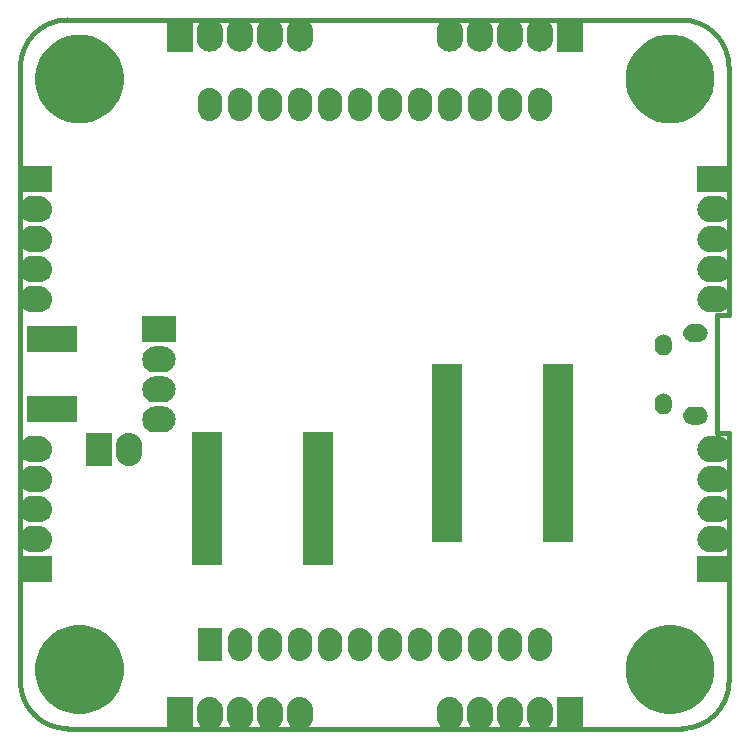
<source format=gbr>
%TF.GenerationSoftware,KiCad,Pcbnew,5.0.1-33cea8e~68~ubuntu16.04.1*%
%TF.CreationDate,2018-11-19T21:37:37+01:00*%
%TF.ProjectId,bcl4v2,62636C3476322E6B696361645F706362,rev?*%
%TF.SameCoordinates,Original*%
%TF.FileFunction,Soldermask,Top*%
%TF.FilePolarity,Negative*%
%FSLAX46Y46*%
G04 Gerber Fmt 4.6, Leading zero omitted, Abs format (unit mm)*
G04 Created by KiCad (PCBNEW 5.0.1-33cea8e~68~ubuntu16.04.1) date Po 19. listopad 2018, 21:37:37 CET*
%MOMM*%
%LPD*%
G01*
G04 APERTURE LIST*
%ADD10C,0.381000*%
%ADD11C,0.150000*%
G04 APERTURE END LIST*
D10*
X129000000Y-105000000D02*
X130000000Y-105000000D01*
X129000000Y-95000000D02*
X129000000Y-105000000D01*
X130000000Y-95000000D02*
X129000000Y-95000000D01*
X74000000Y-70000000D02*
X126000000Y-70000000D01*
X70000000Y-126000000D02*
X70000000Y-74000000D01*
X126000000Y-130000000D02*
X74000000Y-130000000D01*
X130000000Y-105000000D02*
X130000000Y-126000000D01*
X126000000Y-130000000D02*
G75*
G03X130000000Y-126000000I0J4000000D01*
G01*
X70000000Y-126000000D02*
G75*
G03X74000000Y-130000000I4000000J0D01*
G01*
X74000000Y-70000000D02*
G75*
G03X70000000Y-74000000I0J-4000000D01*
G01*
X130000000Y-74000000D02*
X130000000Y-95000000D01*
X130000000Y-74000000D02*
G75*
G03X126000000Y-70000000I-4000000J0D01*
G01*
D11*
G36*
X86246423Y-127341974D02*
X86454526Y-127405102D01*
X86646313Y-127507614D01*
X86814423Y-127645577D01*
X86952386Y-127813687D01*
X87054895Y-128005469D01*
X87054897Y-128005474D01*
X87054897Y-128005475D01*
X87118025Y-128213578D01*
X87118026Y-128213583D01*
X87134000Y-128375770D01*
X87134000Y-129084231D01*
X87118026Y-129246423D01*
X87054898Y-129454526D01*
X86952386Y-129646313D01*
X86952384Y-129646315D01*
X86952383Y-129646317D01*
X86814423Y-129814423D01*
X86646317Y-129952383D01*
X86646313Y-129952385D01*
X86646312Y-129952386D01*
X86454525Y-130054898D01*
X86246422Y-130118026D01*
X86030000Y-130139341D01*
X85813577Y-130118026D01*
X85605474Y-130054898D01*
X85413687Y-129952386D01*
X85245577Y-129814423D01*
X85107617Y-129646317D01*
X85107614Y-129646312D01*
X85005102Y-129454525D01*
X84941974Y-129246422D01*
X84926000Y-129084230D01*
X84926000Y-128375769D01*
X84941974Y-128213577D01*
X85005102Y-128005476D01*
X85107617Y-127813685D01*
X85107618Y-127813683D01*
X85245578Y-127645577D01*
X85413684Y-127507617D01*
X85413685Y-127507616D01*
X85413688Y-127507614D01*
X85605475Y-127405102D01*
X85813578Y-127341974D01*
X86030000Y-127320659D01*
X86246423Y-127341974D01*
X86246423Y-127341974D01*
G37*
G36*
X111646422Y-127341974D02*
X111854525Y-127405102D01*
X112046312Y-127507614D01*
X112046313Y-127507615D01*
X112046317Y-127507617D01*
X112214423Y-127645577D01*
X112352386Y-127813687D01*
X112454898Y-128005474D01*
X112518026Y-128213577D01*
X112534000Y-128375769D01*
X112534000Y-129084230D01*
X112518026Y-129246417D01*
X112518025Y-129246420D01*
X112518025Y-129246421D01*
X112518024Y-129246423D01*
X112454895Y-129454531D01*
X112352386Y-129646313D01*
X112214423Y-129814423D01*
X112046313Y-129952386D01*
X111854526Y-130054898D01*
X111646423Y-130118026D01*
X111430000Y-130139341D01*
X111213578Y-130118026D01*
X111005475Y-130054898D01*
X110813688Y-129952386D01*
X110645578Y-129814423D01*
X110507618Y-129646317D01*
X110500542Y-129633078D01*
X110405102Y-129454524D01*
X110341974Y-129246423D01*
X110326000Y-129084231D01*
X110326000Y-128375770D01*
X110341974Y-128213578D01*
X110405102Y-128005475D01*
X110507614Y-127813688D01*
X110507616Y-127813685D01*
X110507617Y-127813683D01*
X110645577Y-127645577D01*
X110813683Y-127507617D01*
X110813684Y-127507616D01*
X110813687Y-127507614D01*
X111005474Y-127405102D01*
X111213577Y-127341974D01*
X111430000Y-127320659D01*
X111646422Y-127341974D01*
X111646422Y-127341974D01*
G37*
G36*
X114186422Y-127341974D02*
X114394525Y-127405102D01*
X114586312Y-127507614D01*
X114586313Y-127507615D01*
X114586317Y-127507617D01*
X114754423Y-127645577D01*
X114892386Y-127813687D01*
X114994898Y-128005474D01*
X115058026Y-128213577D01*
X115074000Y-128375769D01*
X115074000Y-129084230D01*
X115058026Y-129246417D01*
X115058025Y-129246420D01*
X115058025Y-129246421D01*
X115058024Y-129246423D01*
X114994895Y-129454531D01*
X114892386Y-129646313D01*
X114754423Y-129814423D01*
X114586313Y-129952386D01*
X114394526Y-130054898D01*
X114186423Y-130118026D01*
X113970000Y-130139341D01*
X113753578Y-130118026D01*
X113545475Y-130054898D01*
X113353688Y-129952386D01*
X113185578Y-129814423D01*
X113047618Y-129646317D01*
X113040542Y-129633078D01*
X112945102Y-129454524D01*
X112881974Y-129246423D01*
X112866000Y-129084231D01*
X112866000Y-128375770D01*
X112881974Y-128213578D01*
X112945102Y-128005475D01*
X113047614Y-127813688D01*
X113047616Y-127813685D01*
X113047617Y-127813683D01*
X113185577Y-127645577D01*
X113353683Y-127507617D01*
X113353684Y-127507616D01*
X113353687Y-127507614D01*
X113545474Y-127405102D01*
X113753577Y-127341974D01*
X113970000Y-127320659D01*
X114186422Y-127341974D01*
X114186422Y-127341974D01*
G37*
G36*
X109106422Y-127341974D02*
X109314525Y-127405102D01*
X109506312Y-127507614D01*
X109506313Y-127507615D01*
X109506317Y-127507617D01*
X109674423Y-127645577D01*
X109812386Y-127813687D01*
X109914898Y-128005474D01*
X109978026Y-128213577D01*
X109994000Y-128375769D01*
X109994000Y-129084230D01*
X109978026Y-129246417D01*
X109978025Y-129246420D01*
X109978025Y-129246421D01*
X109978024Y-129246423D01*
X109914895Y-129454531D01*
X109812386Y-129646313D01*
X109674423Y-129814423D01*
X109506313Y-129952386D01*
X109314526Y-130054898D01*
X109106423Y-130118026D01*
X108890000Y-130139341D01*
X108673578Y-130118026D01*
X108465475Y-130054898D01*
X108273688Y-129952386D01*
X108105578Y-129814423D01*
X107967618Y-129646317D01*
X107960542Y-129633078D01*
X107865102Y-129454524D01*
X107801974Y-129246423D01*
X107786000Y-129084231D01*
X107786000Y-128375770D01*
X107801974Y-128213578D01*
X107865102Y-128005475D01*
X107967614Y-127813688D01*
X107967616Y-127813685D01*
X107967617Y-127813683D01*
X108105577Y-127645577D01*
X108273683Y-127507617D01*
X108273684Y-127507616D01*
X108273687Y-127507614D01*
X108465474Y-127405102D01*
X108673577Y-127341974D01*
X108890000Y-127320659D01*
X109106422Y-127341974D01*
X109106422Y-127341974D01*
G37*
G36*
X106566422Y-127341974D02*
X106774525Y-127405102D01*
X106966312Y-127507614D01*
X106966313Y-127507615D01*
X106966317Y-127507617D01*
X107134423Y-127645577D01*
X107272386Y-127813687D01*
X107374898Y-128005474D01*
X107438026Y-128213577D01*
X107454000Y-128375769D01*
X107454000Y-129084230D01*
X107438026Y-129246417D01*
X107438025Y-129246420D01*
X107438025Y-129246421D01*
X107438024Y-129246423D01*
X107374895Y-129454531D01*
X107272386Y-129646313D01*
X107134423Y-129814423D01*
X106966313Y-129952386D01*
X106774526Y-130054898D01*
X106566423Y-130118026D01*
X106350000Y-130139341D01*
X106133578Y-130118026D01*
X105925475Y-130054898D01*
X105733688Y-129952386D01*
X105565578Y-129814423D01*
X105427618Y-129646317D01*
X105420542Y-129633078D01*
X105325102Y-129454524D01*
X105261974Y-129246423D01*
X105246000Y-129084231D01*
X105246000Y-128375770D01*
X105261974Y-128213578D01*
X105325102Y-128005475D01*
X105427614Y-127813688D01*
X105427616Y-127813685D01*
X105427617Y-127813683D01*
X105565577Y-127645577D01*
X105733683Y-127507617D01*
X105733684Y-127507616D01*
X105733687Y-127507614D01*
X105925474Y-127405102D01*
X106133577Y-127341974D01*
X106350000Y-127320659D01*
X106566422Y-127341974D01*
X106566422Y-127341974D01*
G37*
G36*
X91326423Y-127341974D02*
X91534526Y-127405102D01*
X91726313Y-127507614D01*
X91894423Y-127645577D01*
X92032386Y-127813687D01*
X92134895Y-128005469D01*
X92134897Y-128005474D01*
X92134897Y-128005475D01*
X92198025Y-128213578D01*
X92198026Y-128213583D01*
X92214000Y-128375770D01*
X92214000Y-129084231D01*
X92198026Y-129246423D01*
X92134898Y-129454526D01*
X92032386Y-129646313D01*
X92032384Y-129646315D01*
X92032383Y-129646317D01*
X91894423Y-129814423D01*
X91726317Y-129952383D01*
X91726313Y-129952385D01*
X91726312Y-129952386D01*
X91534525Y-130054898D01*
X91326422Y-130118026D01*
X91110000Y-130139341D01*
X90893577Y-130118026D01*
X90685474Y-130054898D01*
X90493687Y-129952386D01*
X90325577Y-129814423D01*
X90187617Y-129646317D01*
X90187614Y-129646312D01*
X90085102Y-129454525D01*
X90021974Y-129246422D01*
X90006000Y-129084230D01*
X90006000Y-128375769D01*
X90021974Y-128213577D01*
X90085102Y-128005476D01*
X90187617Y-127813685D01*
X90187618Y-127813683D01*
X90325578Y-127645577D01*
X90493684Y-127507617D01*
X90493685Y-127507616D01*
X90493688Y-127507614D01*
X90685475Y-127405102D01*
X90893578Y-127341974D01*
X91110000Y-127320659D01*
X91326423Y-127341974D01*
X91326423Y-127341974D01*
G37*
G36*
X88786423Y-127341974D02*
X88994526Y-127405102D01*
X89186313Y-127507614D01*
X89354423Y-127645577D01*
X89492386Y-127813687D01*
X89594895Y-128005469D01*
X89594897Y-128005474D01*
X89594897Y-128005475D01*
X89658025Y-128213578D01*
X89658026Y-128213583D01*
X89674000Y-128375770D01*
X89674000Y-129084231D01*
X89658026Y-129246423D01*
X89594898Y-129454526D01*
X89492386Y-129646313D01*
X89492384Y-129646315D01*
X89492383Y-129646317D01*
X89354423Y-129814423D01*
X89186317Y-129952383D01*
X89186313Y-129952385D01*
X89186312Y-129952386D01*
X88994525Y-130054898D01*
X88786422Y-130118026D01*
X88570000Y-130139341D01*
X88353577Y-130118026D01*
X88145474Y-130054898D01*
X87953687Y-129952386D01*
X87785577Y-129814423D01*
X87647617Y-129646317D01*
X87647614Y-129646312D01*
X87545102Y-129454525D01*
X87481974Y-129246422D01*
X87466000Y-129084230D01*
X87466000Y-128375769D01*
X87481974Y-128213577D01*
X87545102Y-128005476D01*
X87647617Y-127813685D01*
X87647618Y-127813683D01*
X87785578Y-127645577D01*
X87953684Y-127507617D01*
X87953685Y-127507616D01*
X87953688Y-127507614D01*
X88145475Y-127405102D01*
X88353578Y-127341974D01*
X88570000Y-127320659D01*
X88786423Y-127341974D01*
X88786423Y-127341974D01*
G37*
G36*
X93866423Y-127341974D02*
X94074526Y-127405102D01*
X94266313Y-127507614D01*
X94434423Y-127645577D01*
X94572386Y-127813687D01*
X94674895Y-128005469D01*
X94674897Y-128005474D01*
X94674897Y-128005475D01*
X94738025Y-128213578D01*
X94738026Y-128213583D01*
X94754000Y-128375770D01*
X94754000Y-129084231D01*
X94738026Y-129246423D01*
X94674898Y-129454526D01*
X94572386Y-129646313D01*
X94572384Y-129646315D01*
X94572383Y-129646317D01*
X94434423Y-129814423D01*
X94266317Y-129952383D01*
X94266313Y-129952385D01*
X94266312Y-129952386D01*
X94074525Y-130054898D01*
X93866422Y-130118026D01*
X93650000Y-130139341D01*
X93433577Y-130118026D01*
X93225474Y-130054898D01*
X93033687Y-129952386D01*
X92865577Y-129814423D01*
X92727617Y-129646317D01*
X92727614Y-129646312D01*
X92625102Y-129454525D01*
X92561974Y-129246422D01*
X92546000Y-129084230D01*
X92546000Y-128375769D01*
X92561974Y-128213577D01*
X92625102Y-128005476D01*
X92727617Y-127813685D01*
X92727618Y-127813683D01*
X92865578Y-127645577D01*
X93033684Y-127507617D01*
X93033685Y-127507616D01*
X93033688Y-127507614D01*
X93225475Y-127405102D01*
X93433578Y-127341974D01*
X93650000Y-127320659D01*
X93866423Y-127341974D01*
X93866423Y-127341974D01*
G37*
G36*
X117614000Y-130134000D02*
X115406000Y-130134000D01*
X115406000Y-127326000D01*
X117614000Y-127326000D01*
X117614000Y-130134000D01*
X117614000Y-130134000D01*
G37*
G36*
X84594000Y-130134000D02*
X82386000Y-130134000D01*
X82386000Y-127326000D01*
X84594000Y-127326000D01*
X84594000Y-130134000D01*
X84594000Y-130134000D01*
G37*
G36*
X76095001Y-121390264D02*
X76778186Y-121673248D01*
X77393036Y-122084078D01*
X77915922Y-122606964D01*
X78326752Y-123221814D01*
X78609736Y-123904999D01*
X78754000Y-124630263D01*
X78754000Y-125369737D01*
X78609736Y-126095001D01*
X78326752Y-126778186D01*
X77915922Y-127393036D01*
X77393036Y-127915922D01*
X76778186Y-128326752D01*
X76095001Y-128609736D01*
X75369738Y-128754000D01*
X74630262Y-128754000D01*
X73904999Y-128609736D01*
X73221814Y-128326752D01*
X72606964Y-127915922D01*
X72084078Y-127393036D01*
X71673248Y-126778186D01*
X71390264Y-126095001D01*
X71246000Y-125369737D01*
X71246000Y-124630263D01*
X71390264Y-123904999D01*
X71673248Y-123221814D01*
X72084078Y-122606964D01*
X72606964Y-122084078D01*
X73221814Y-121673248D01*
X73904999Y-121390264D01*
X74630262Y-121246000D01*
X75369738Y-121246000D01*
X76095001Y-121390264D01*
X76095001Y-121390264D01*
G37*
G36*
X126095001Y-121390264D02*
X126778186Y-121673248D01*
X127393036Y-122084078D01*
X127915922Y-122606964D01*
X128326752Y-123221814D01*
X128609736Y-123904999D01*
X128754000Y-124630263D01*
X128754000Y-125369737D01*
X128609736Y-126095001D01*
X128326752Y-126778186D01*
X127915922Y-127393036D01*
X127393036Y-127915922D01*
X126778186Y-128326752D01*
X126095001Y-128609736D01*
X125369738Y-128754000D01*
X124630262Y-128754000D01*
X123904999Y-128609736D01*
X123221814Y-128326752D01*
X122606964Y-127915922D01*
X122084078Y-127393036D01*
X121673248Y-126778186D01*
X121390264Y-126095001D01*
X121246000Y-125369737D01*
X121246000Y-124630263D01*
X121390264Y-123904999D01*
X121673248Y-123221814D01*
X122084078Y-122606964D01*
X122606964Y-122084078D01*
X123221814Y-121673248D01*
X123904999Y-121390264D01*
X124630262Y-121246000D01*
X125369738Y-121246000D01*
X126095001Y-121390264D01*
X126095001Y-121390264D01*
G37*
G36*
X96389171Y-121477701D02*
X96580686Y-121535797D01*
X96757189Y-121630139D01*
X96911896Y-121757104D01*
X97038861Y-121911810D01*
X97133203Y-122088313D01*
X97191299Y-122279828D01*
X97206000Y-122429094D01*
X97206000Y-123290905D01*
X97191299Y-123440166D01*
X97191298Y-123440169D01*
X97191298Y-123440170D01*
X97133203Y-123631685D01*
X97133200Y-123631692D01*
X97038861Y-123808190D01*
X96911896Y-123962896D01*
X96757190Y-124089861D01*
X96580687Y-124184203D01*
X96389172Y-124242299D01*
X96190000Y-124261915D01*
X95990829Y-124242299D01*
X95799314Y-124184203D01*
X95622811Y-124089861D01*
X95468105Y-123962896D01*
X95341142Y-123808191D01*
X95246797Y-123631685D01*
X95188701Y-123440172D01*
X95174000Y-123290906D01*
X95174000Y-122429095D01*
X95188701Y-122279829D01*
X95246797Y-122088314D01*
X95341139Y-121911811D01*
X95468104Y-121757104D01*
X95622810Y-121630139D01*
X95799313Y-121535797D01*
X95990828Y-121477701D01*
X96190000Y-121458085D01*
X96389171Y-121477701D01*
X96389171Y-121477701D01*
G37*
G36*
X114169171Y-121477701D02*
X114360686Y-121535797D01*
X114537189Y-121630139D01*
X114691896Y-121757104D01*
X114818861Y-121911810D01*
X114913203Y-122088313D01*
X114971299Y-122279828D01*
X114986000Y-122429094D01*
X114986000Y-123290905D01*
X114971299Y-123440166D01*
X114971298Y-123440169D01*
X114971298Y-123440170D01*
X114913203Y-123631685D01*
X114913200Y-123631692D01*
X114818861Y-123808190D01*
X114691896Y-123962896D01*
X114537190Y-124089861D01*
X114360687Y-124184203D01*
X114169172Y-124242299D01*
X113970000Y-124261915D01*
X113770829Y-124242299D01*
X113579314Y-124184203D01*
X113402811Y-124089861D01*
X113248105Y-123962896D01*
X113121142Y-123808191D01*
X113026797Y-123631685D01*
X112968701Y-123440172D01*
X112954000Y-123290906D01*
X112954000Y-122429095D01*
X112968701Y-122279829D01*
X113026797Y-122088314D01*
X113121139Y-121911811D01*
X113248104Y-121757104D01*
X113402810Y-121630139D01*
X113579313Y-121535797D01*
X113770828Y-121477701D01*
X113970000Y-121458085D01*
X114169171Y-121477701D01*
X114169171Y-121477701D01*
G37*
G36*
X111629171Y-121477701D02*
X111820686Y-121535797D01*
X111997189Y-121630139D01*
X112151896Y-121757104D01*
X112278861Y-121911810D01*
X112373203Y-122088313D01*
X112431299Y-122279828D01*
X112446000Y-122429094D01*
X112446000Y-123290905D01*
X112431299Y-123440166D01*
X112431298Y-123440169D01*
X112431298Y-123440170D01*
X112373203Y-123631685D01*
X112373200Y-123631692D01*
X112278861Y-123808190D01*
X112151896Y-123962896D01*
X111997190Y-124089861D01*
X111820687Y-124184203D01*
X111629172Y-124242299D01*
X111430000Y-124261915D01*
X111230829Y-124242299D01*
X111039314Y-124184203D01*
X110862811Y-124089861D01*
X110708105Y-123962896D01*
X110581142Y-123808191D01*
X110486797Y-123631685D01*
X110428701Y-123440172D01*
X110414000Y-123290906D01*
X110414000Y-122429095D01*
X110428701Y-122279829D01*
X110486797Y-122088314D01*
X110581139Y-121911811D01*
X110708104Y-121757104D01*
X110862810Y-121630139D01*
X111039313Y-121535797D01*
X111230828Y-121477701D01*
X111430000Y-121458085D01*
X111629171Y-121477701D01*
X111629171Y-121477701D01*
G37*
G36*
X104009171Y-121477701D02*
X104200686Y-121535797D01*
X104377189Y-121630139D01*
X104531896Y-121757104D01*
X104658861Y-121911810D01*
X104753203Y-122088313D01*
X104811299Y-122279828D01*
X104826000Y-122429094D01*
X104826000Y-123290905D01*
X104811299Y-123440166D01*
X104811298Y-123440169D01*
X104811298Y-123440170D01*
X104753203Y-123631685D01*
X104753200Y-123631692D01*
X104658861Y-123808190D01*
X104531896Y-123962896D01*
X104377190Y-124089861D01*
X104200687Y-124184203D01*
X104009172Y-124242299D01*
X103810000Y-124261915D01*
X103610829Y-124242299D01*
X103419314Y-124184203D01*
X103242811Y-124089861D01*
X103088105Y-123962896D01*
X102961142Y-123808191D01*
X102866797Y-123631685D01*
X102808701Y-123440172D01*
X102794000Y-123290906D01*
X102794000Y-122429095D01*
X102808701Y-122279829D01*
X102866797Y-122088314D01*
X102961139Y-121911811D01*
X103088104Y-121757104D01*
X103242810Y-121630139D01*
X103419313Y-121535797D01*
X103610828Y-121477701D01*
X103810000Y-121458085D01*
X104009171Y-121477701D01*
X104009171Y-121477701D01*
G37*
G36*
X88769171Y-121477701D02*
X88960686Y-121535797D01*
X89137189Y-121630139D01*
X89291896Y-121757104D01*
X89418861Y-121911810D01*
X89513203Y-122088313D01*
X89571299Y-122279828D01*
X89586000Y-122429094D01*
X89586000Y-123290905D01*
X89571299Y-123440166D01*
X89571298Y-123440169D01*
X89571298Y-123440170D01*
X89513203Y-123631685D01*
X89513200Y-123631692D01*
X89418861Y-123808190D01*
X89291896Y-123962896D01*
X89137190Y-124089861D01*
X88960687Y-124184203D01*
X88769172Y-124242299D01*
X88570000Y-124261915D01*
X88370829Y-124242299D01*
X88179314Y-124184203D01*
X88002811Y-124089861D01*
X87848105Y-123962896D01*
X87721142Y-123808191D01*
X87626797Y-123631685D01*
X87568701Y-123440172D01*
X87554000Y-123290906D01*
X87554000Y-122429095D01*
X87568701Y-122279829D01*
X87626797Y-122088314D01*
X87721139Y-121911811D01*
X87848104Y-121757104D01*
X88002810Y-121630139D01*
X88179313Y-121535797D01*
X88370828Y-121477701D01*
X88570000Y-121458085D01*
X88769171Y-121477701D01*
X88769171Y-121477701D01*
G37*
G36*
X91309171Y-121477701D02*
X91500686Y-121535797D01*
X91677189Y-121630139D01*
X91831896Y-121757104D01*
X91958861Y-121911810D01*
X92053203Y-122088313D01*
X92111299Y-122279828D01*
X92126000Y-122429094D01*
X92126000Y-123290905D01*
X92111299Y-123440166D01*
X92111298Y-123440169D01*
X92111298Y-123440170D01*
X92053203Y-123631685D01*
X92053200Y-123631692D01*
X91958861Y-123808190D01*
X91831896Y-123962896D01*
X91677190Y-124089861D01*
X91500687Y-124184203D01*
X91309172Y-124242299D01*
X91110000Y-124261915D01*
X90910829Y-124242299D01*
X90719314Y-124184203D01*
X90542811Y-124089861D01*
X90388105Y-123962896D01*
X90261142Y-123808191D01*
X90166797Y-123631685D01*
X90108701Y-123440172D01*
X90094000Y-123290906D01*
X90094000Y-122429095D01*
X90108701Y-122279829D01*
X90166797Y-122088314D01*
X90261139Y-121911811D01*
X90388104Y-121757104D01*
X90542810Y-121630139D01*
X90719313Y-121535797D01*
X90910828Y-121477701D01*
X91110000Y-121458085D01*
X91309171Y-121477701D01*
X91309171Y-121477701D01*
G37*
G36*
X93849171Y-121477701D02*
X94040686Y-121535797D01*
X94217189Y-121630139D01*
X94371896Y-121757104D01*
X94498861Y-121911810D01*
X94593203Y-122088313D01*
X94651299Y-122279828D01*
X94666000Y-122429094D01*
X94666000Y-123290905D01*
X94651299Y-123440166D01*
X94651298Y-123440169D01*
X94651298Y-123440170D01*
X94593203Y-123631685D01*
X94593200Y-123631692D01*
X94498861Y-123808190D01*
X94371896Y-123962896D01*
X94217190Y-124089861D01*
X94040687Y-124184203D01*
X93849172Y-124242299D01*
X93650000Y-124261915D01*
X93450829Y-124242299D01*
X93259314Y-124184203D01*
X93082811Y-124089861D01*
X92928105Y-123962896D01*
X92801142Y-123808191D01*
X92706797Y-123631685D01*
X92648701Y-123440172D01*
X92634000Y-123290906D01*
X92634000Y-122429095D01*
X92648701Y-122279829D01*
X92706797Y-122088314D01*
X92801139Y-121911811D01*
X92928104Y-121757104D01*
X93082810Y-121630139D01*
X93259313Y-121535797D01*
X93450828Y-121477701D01*
X93650000Y-121458085D01*
X93849171Y-121477701D01*
X93849171Y-121477701D01*
G37*
G36*
X98929171Y-121477701D02*
X99120686Y-121535797D01*
X99297189Y-121630139D01*
X99451896Y-121757104D01*
X99578861Y-121911810D01*
X99673203Y-122088313D01*
X99731299Y-122279828D01*
X99746000Y-122429094D01*
X99746000Y-123290905D01*
X99731299Y-123440166D01*
X99731298Y-123440169D01*
X99731298Y-123440170D01*
X99673203Y-123631685D01*
X99673200Y-123631692D01*
X99578861Y-123808190D01*
X99451896Y-123962896D01*
X99297190Y-124089861D01*
X99120687Y-124184203D01*
X98929172Y-124242299D01*
X98730000Y-124261915D01*
X98530829Y-124242299D01*
X98339314Y-124184203D01*
X98162811Y-124089861D01*
X98008105Y-123962896D01*
X97881142Y-123808191D01*
X97786797Y-123631685D01*
X97728701Y-123440172D01*
X97714000Y-123290906D01*
X97714000Y-122429095D01*
X97728701Y-122279829D01*
X97786797Y-122088314D01*
X97881139Y-121911811D01*
X98008104Y-121757104D01*
X98162810Y-121630139D01*
X98339313Y-121535797D01*
X98530828Y-121477701D01*
X98730000Y-121458085D01*
X98929171Y-121477701D01*
X98929171Y-121477701D01*
G37*
G36*
X109089171Y-121477701D02*
X109280686Y-121535797D01*
X109457189Y-121630139D01*
X109611896Y-121757104D01*
X109738861Y-121911810D01*
X109833203Y-122088313D01*
X109891299Y-122279828D01*
X109906000Y-122429094D01*
X109906000Y-123290905D01*
X109891299Y-123440166D01*
X109891298Y-123440169D01*
X109891298Y-123440170D01*
X109833203Y-123631685D01*
X109833200Y-123631692D01*
X109738861Y-123808190D01*
X109611896Y-123962896D01*
X109457190Y-124089861D01*
X109280687Y-124184203D01*
X109089172Y-124242299D01*
X108890000Y-124261915D01*
X108690829Y-124242299D01*
X108499314Y-124184203D01*
X108322811Y-124089861D01*
X108168105Y-123962896D01*
X108041142Y-123808191D01*
X107946797Y-123631685D01*
X107888701Y-123440172D01*
X107874000Y-123290906D01*
X107874000Y-122429095D01*
X107888701Y-122279829D01*
X107946797Y-122088314D01*
X108041139Y-121911811D01*
X108168104Y-121757104D01*
X108322810Y-121630139D01*
X108499313Y-121535797D01*
X108690828Y-121477701D01*
X108890000Y-121458085D01*
X109089171Y-121477701D01*
X109089171Y-121477701D01*
G37*
G36*
X106549171Y-121477701D02*
X106740686Y-121535797D01*
X106917189Y-121630139D01*
X107071896Y-121757104D01*
X107198861Y-121911810D01*
X107293203Y-122088313D01*
X107351299Y-122279828D01*
X107366000Y-122429094D01*
X107366000Y-123290905D01*
X107351299Y-123440166D01*
X107351298Y-123440169D01*
X107351298Y-123440170D01*
X107293203Y-123631685D01*
X107293200Y-123631692D01*
X107198861Y-123808190D01*
X107071896Y-123962896D01*
X106917190Y-124089861D01*
X106740687Y-124184203D01*
X106549172Y-124242299D01*
X106350000Y-124261915D01*
X106150829Y-124242299D01*
X105959314Y-124184203D01*
X105782811Y-124089861D01*
X105628105Y-123962896D01*
X105501142Y-123808191D01*
X105406797Y-123631685D01*
X105348701Y-123440172D01*
X105334000Y-123290906D01*
X105334000Y-122429095D01*
X105348701Y-122279829D01*
X105406797Y-122088314D01*
X105501139Y-121911811D01*
X105628104Y-121757104D01*
X105782810Y-121630139D01*
X105959313Y-121535797D01*
X106150828Y-121477701D01*
X106350000Y-121458085D01*
X106549171Y-121477701D01*
X106549171Y-121477701D01*
G37*
G36*
X101469171Y-121477701D02*
X101660686Y-121535797D01*
X101837189Y-121630139D01*
X101991896Y-121757104D01*
X102118861Y-121911810D01*
X102213203Y-122088313D01*
X102271299Y-122279828D01*
X102286000Y-122429094D01*
X102286000Y-123290905D01*
X102271299Y-123440166D01*
X102271298Y-123440169D01*
X102271298Y-123440170D01*
X102213203Y-123631685D01*
X102213200Y-123631692D01*
X102118861Y-123808190D01*
X101991896Y-123962896D01*
X101837190Y-124089861D01*
X101660687Y-124184203D01*
X101469172Y-124242299D01*
X101270000Y-124261915D01*
X101070829Y-124242299D01*
X100879314Y-124184203D01*
X100702811Y-124089861D01*
X100548105Y-123962896D01*
X100421142Y-123808191D01*
X100326797Y-123631685D01*
X100268701Y-123440172D01*
X100254000Y-123290906D01*
X100254000Y-122429095D01*
X100268701Y-122279829D01*
X100326797Y-122088314D01*
X100421139Y-121911811D01*
X100548104Y-121757104D01*
X100702810Y-121630139D01*
X100879313Y-121535797D01*
X101070828Y-121477701D01*
X101270000Y-121458085D01*
X101469171Y-121477701D01*
X101469171Y-121477701D01*
G37*
G36*
X87046000Y-124257000D02*
X85014000Y-124257000D01*
X85014000Y-121463000D01*
X87046000Y-121463000D01*
X87046000Y-124257000D01*
X87046000Y-124257000D01*
G37*
G36*
X130134000Y-117614000D02*
X127326000Y-117614000D01*
X127326000Y-115406000D01*
X130134000Y-115406000D01*
X130134000Y-117614000D01*
X130134000Y-117614000D01*
G37*
G36*
X72674000Y-117614000D02*
X69866000Y-117614000D01*
X69866000Y-115406000D01*
X72674000Y-115406000D01*
X72674000Y-117614000D01*
X72674000Y-117614000D01*
G37*
G36*
X87054000Y-116134000D02*
X84546000Y-116134000D01*
X84546000Y-104866000D01*
X87054000Y-104866000D01*
X87054000Y-116134000D01*
X87054000Y-116134000D01*
G37*
G36*
X96454000Y-116134000D02*
X93946000Y-116134000D01*
X93946000Y-104866000D01*
X96454000Y-104866000D01*
X96454000Y-116134000D01*
X96454000Y-116134000D01*
G37*
G36*
X129246423Y-112881974D02*
X129454526Y-112945102D01*
X129646313Y-113047614D01*
X129814423Y-113185577D01*
X129952386Y-113353687D01*
X130054898Y-113545474D01*
X130118026Y-113753577D01*
X130139341Y-113970000D01*
X130118026Y-114186423D01*
X130054898Y-114394526D01*
X129952386Y-114586313D01*
X129814423Y-114754423D01*
X129646313Y-114892386D01*
X129454526Y-114994898D01*
X129246423Y-115058026D01*
X129084231Y-115074000D01*
X128375769Y-115074000D01*
X128213577Y-115058026D01*
X128005474Y-114994898D01*
X127813687Y-114892386D01*
X127645577Y-114754423D01*
X127507614Y-114586313D01*
X127405102Y-114394526D01*
X127341974Y-114186423D01*
X127320659Y-113970000D01*
X127341974Y-113753577D01*
X127405102Y-113545474D01*
X127507614Y-113353687D01*
X127645577Y-113185577D01*
X127813687Y-113047614D01*
X128005474Y-112945102D01*
X128213577Y-112881974D01*
X128375769Y-112866000D01*
X129084231Y-112866000D01*
X129246423Y-112881974D01*
X129246423Y-112881974D01*
G37*
G36*
X71786423Y-112881974D02*
X71994526Y-112945102D01*
X72186313Y-113047614D01*
X72354423Y-113185577D01*
X72492386Y-113353687D01*
X72594898Y-113545474D01*
X72658026Y-113753577D01*
X72679341Y-113970000D01*
X72658026Y-114186423D01*
X72594898Y-114394526D01*
X72492386Y-114586313D01*
X72354423Y-114754423D01*
X72186313Y-114892386D01*
X71994526Y-114994898D01*
X71786423Y-115058026D01*
X71624231Y-115074000D01*
X70915769Y-115074000D01*
X70753577Y-115058026D01*
X70545474Y-114994898D01*
X70353687Y-114892386D01*
X70185577Y-114754423D01*
X70047614Y-114586313D01*
X69945102Y-114394526D01*
X69881974Y-114186423D01*
X69860659Y-113970000D01*
X69881974Y-113753577D01*
X69945102Y-113545474D01*
X70047614Y-113353687D01*
X70185577Y-113185577D01*
X70353687Y-113047614D01*
X70545474Y-112945102D01*
X70753577Y-112881974D01*
X70915769Y-112866000D01*
X71624231Y-112866000D01*
X71786423Y-112881974D01*
X71786423Y-112881974D01*
G37*
G36*
X116754000Y-114214000D02*
X114246000Y-114214000D01*
X114246000Y-99136000D01*
X116754000Y-99136000D01*
X116754000Y-114214000D01*
X116754000Y-114214000D01*
G37*
G36*
X107354000Y-114214000D02*
X104846000Y-114214000D01*
X104846000Y-99136000D01*
X107354000Y-99136000D01*
X107354000Y-114214000D01*
X107354000Y-114214000D01*
G37*
G36*
X129246423Y-110341974D02*
X129454526Y-110405102D01*
X129646313Y-110507614D01*
X129814423Y-110645577D01*
X129952386Y-110813687D01*
X130054898Y-111005474D01*
X130118026Y-111213577D01*
X130139341Y-111430000D01*
X130118026Y-111646423D01*
X130054898Y-111854526D01*
X129952386Y-112046313D01*
X129814423Y-112214423D01*
X129646313Y-112352386D01*
X129454526Y-112454898D01*
X129246423Y-112518026D01*
X129084231Y-112534000D01*
X128375769Y-112534000D01*
X128213577Y-112518026D01*
X128005474Y-112454898D01*
X127813687Y-112352386D01*
X127645577Y-112214423D01*
X127507614Y-112046313D01*
X127405102Y-111854526D01*
X127341974Y-111646423D01*
X127320659Y-111430000D01*
X127341974Y-111213577D01*
X127405102Y-111005474D01*
X127507614Y-110813687D01*
X127645577Y-110645577D01*
X127813687Y-110507614D01*
X128005474Y-110405102D01*
X128213577Y-110341974D01*
X128375769Y-110326000D01*
X129084231Y-110326000D01*
X129246423Y-110341974D01*
X129246423Y-110341974D01*
G37*
G36*
X71786423Y-110341974D02*
X71994526Y-110405102D01*
X72186313Y-110507614D01*
X72354423Y-110645577D01*
X72492386Y-110813687D01*
X72594898Y-111005474D01*
X72658026Y-111213577D01*
X72679341Y-111430000D01*
X72658026Y-111646423D01*
X72594898Y-111854526D01*
X72492386Y-112046313D01*
X72354423Y-112214423D01*
X72186313Y-112352386D01*
X71994526Y-112454898D01*
X71786423Y-112518026D01*
X71624231Y-112534000D01*
X70915769Y-112534000D01*
X70753577Y-112518026D01*
X70545474Y-112454898D01*
X70353687Y-112352386D01*
X70185577Y-112214423D01*
X70047614Y-112046313D01*
X69945102Y-111854526D01*
X69881974Y-111646423D01*
X69860659Y-111430000D01*
X69881974Y-111213577D01*
X69945102Y-111005474D01*
X70047614Y-110813687D01*
X70185577Y-110645577D01*
X70353687Y-110507614D01*
X70545474Y-110405102D01*
X70753577Y-110341974D01*
X70915769Y-110326000D01*
X71624231Y-110326000D01*
X71786423Y-110341974D01*
X71786423Y-110341974D01*
G37*
G36*
X129246423Y-107801974D02*
X129454526Y-107865102D01*
X129646313Y-107967614D01*
X129814423Y-108105577D01*
X129952386Y-108273687D01*
X130054898Y-108465474D01*
X130118026Y-108673577D01*
X130139341Y-108890000D01*
X130118026Y-109106423D01*
X130054898Y-109314526D01*
X129952386Y-109506313D01*
X129814423Y-109674423D01*
X129646313Y-109812386D01*
X129454526Y-109914898D01*
X129246423Y-109978026D01*
X129084231Y-109994000D01*
X128375769Y-109994000D01*
X128213577Y-109978026D01*
X128005474Y-109914898D01*
X127813687Y-109812386D01*
X127645577Y-109674423D01*
X127507614Y-109506313D01*
X127405102Y-109314526D01*
X127341974Y-109106423D01*
X127320659Y-108890000D01*
X127341974Y-108673577D01*
X127405102Y-108465474D01*
X127507614Y-108273687D01*
X127645577Y-108105577D01*
X127813687Y-107967614D01*
X128005474Y-107865102D01*
X128213577Y-107801974D01*
X128375769Y-107786000D01*
X129084231Y-107786000D01*
X129246423Y-107801974D01*
X129246423Y-107801974D01*
G37*
G36*
X71786423Y-107801974D02*
X71994526Y-107865102D01*
X72186313Y-107967614D01*
X72354423Y-108105577D01*
X72492386Y-108273687D01*
X72594898Y-108465474D01*
X72658026Y-108673577D01*
X72679341Y-108890000D01*
X72658026Y-109106423D01*
X72594898Y-109314526D01*
X72492386Y-109506313D01*
X72354423Y-109674423D01*
X72186313Y-109812386D01*
X71994526Y-109914898D01*
X71786423Y-109978026D01*
X71624231Y-109994000D01*
X70915769Y-109994000D01*
X70753577Y-109978026D01*
X70545474Y-109914898D01*
X70353687Y-109812386D01*
X70185577Y-109674423D01*
X70047614Y-109506313D01*
X69945102Y-109314526D01*
X69881974Y-109106423D01*
X69860659Y-108890000D01*
X69881974Y-108673577D01*
X69945102Y-108465474D01*
X70047614Y-108273687D01*
X70185577Y-108105577D01*
X70353687Y-107967614D01*
X70545474Y-107865102D01*
X70753577Y-107801974D01*
X70915769Y-107786000D01*
X71624231Y-107786000D01*
X71786423Y-107801974D01*
X71786423Y-107801974D01*
G37*
G36*
X79406423Y-104961974D02*
X79614526Y-105025102D01*
X79806313Y-105127614D01*
X79806316Y-105127616D01*
X79806317Y-105127617D01*
X79974423Y-105265577D01*
X80023274Y-105325102D01*
X80112386Y-105433687D01*
X80214895Y-105625469D01*
X80214897Y-105625474D01*
X80214897Y-105625475D01*
X80278025Y-105833578D01*
X80278026Y-105833583D01*
X80294000Y-105995770D01*
X80294000Y-106704231D01*
X80278026Y-106866423D01*
X80214898Y-107074526D01*
X80112386Y-107266313D01*
X80112384Y-107266316D01*
X80112383Y-107266317D01*
X79974423Y-107434423D01*
X79806317Y-107572383D01*
X79806313Y-107572385D01*
X79806312Y-107572386D01*
X79614525Y-107674898D01*
X79406422Y-107738026D01*
X79190000Y-107759341D01*
X78973577Y-107738026D01*
X78765474Y-107674898D01*
X78573687Y-107572386D01*
X78405577Y-107434423D01*
X78382251Y-107406000D01*
X78267617Y-107266317D01*
X78255688Y-107244000D01*
X78165102Y-107074525D01*
X78101974Y-106866422D01*
X78086000Y-106704230D01*
X78086000Y-105995769D01*
X78101974Y-105833577D01*
X78165102Y-105625476D01*
X78267617Y-105433685D01*
X78267618Y-105433683D01*
X78405578Y-105265577D01*
X78573684Y-105127617D01*
X78573685Y-105127616D01*
X78573688Y-105127614D01*
X78765475Y-105025102D01*
X78973578Y-104961974D01*
X79190000Y-104940659D01*
X79406423Y-104961974D01*
X79406423Y-104961974D01*
G37*
G36*
X77754000Y-107754000D02*
X75546000Y-107754000D01*
X75546000Y-104946000D01*
X77754000Y-104946000D01*
X77754000Y-107754000D01*
X77754000Y-107754000D01*
G37*
G36*
X71786423Y-105261974D02*
X71994526Y-105325102D01*
X72186313Y-105427614D01*
X72354423Y-105565577D01*
X72492386Y-105733687D01*
X72594898Y-105925474D01*
X72658026Y-106133577D01*
X72679341Y-106350000D01*
X72658026Y-106566423D01*
X72594898Y-106774526D01*
X72492386Y-106966313D01*
X72492384Y-106966316D01*
X72492383Y-106966317D01*
X72354423Y-107134423D01*
X72193715Y-107266312D01*
X72186313Y-107272386D01*
X71994526Y-107374898D01*
X71786423Y-107438026D01*
X71624231Y-107454000D01*
X70915769Y-107454000D01*
X70753577Y-107438026D01*
X70545474Y-107374898D01*
X70353687Y-107272386D01*
X70346286Y-107266312D01*
X70185577Y-107134423D01*
X70047617Y-106966317D01*
X70047616Y-106966316D01*
X70047614Y-106966313D01*
X69945102Y-106774526D01*
X69881974Y-106566423D01*
X69860659Y-106350000D01*
X69881974Y-106133577D01*
X69945102Y-105925474D01*
X70047614Y-105733687D01*
X70185577Y-105565577D01*
X70353687Y-105427614D01*
X70545474Y-105325102D01*
X70753577Y-105261974D01*
X70915769Y-105246000D01*
X71624231Y-105246000D01*
X71786423Y-105261974D01*
X71786423Y-105261974D01*
G37*
G36*
X129246423Y-105261974D02*
X129454526Y-105325102D01*
X129646313Y-105427614D01*
X129814423Y-105565577D01*
X129952386Y-105733687D01*
X130054898Y-105925474D01*
X130118026Y-106133577D01*
X130139341Y-106350000D01*
X130118026Y-106566423D01*
X130054898Y-106774526D01*
X129952386Y-106966313D01*
X129952384Y-106966316D01*
X129952383Y-106966317D01*
X129814423Y-107134423D01*
X129653715Y-107266312D01*
X129646313Y-107272386D01*
X129454526Y-107374898D01*
X129246423Y-107438026D01*
X129084231Y-107454000D01*
X128375769Y-107454000D01*
X128213577Y-107438026D01*
X128005474Y-107374898D01*
X127813687Y-107272386D01*
X127806286Y-107266312D01*
X127645577Y-107134423D01*
X127507617Y-106966317D01*
X127507616Y-106966316D01*
X127507614Y-106966313D01*
X127405102Y-106774526D01*
X127341974Y-106566423D01*
X127320659Y-106350000D01*
X127341974Y-106133577D01*
X127405102Y-105925474D01*
X127507614Y-105733687D01*
X127645577Y-105565577D01*
X127813687Y-105427614D01*
X128005474Y-105325102D01*
X128213577Y-105261974D01*
X128375769Y-105246000D01*
X129084231Y-105246000D01*
X129246423Y-105261974D01*
X129246423Y-105261974D01*
G37*
G36*
X82246423Y-102731974D02*
X82454526Y-102795102D01*
X82646313Y-102897614D01*
X82646316Y-102897616D01*
X82646317Y-102897617D01*
X82814423Y-103035577D01*
X82923078Y-103167974D01*
X82952386Y-103203687D01*
X83054898Y-103395474D01*
X83118026Y-103603577D01*
X83139341Y-103820000D01*
X83118026Y-104036423D01*
X83054898Y-104244526D01*
X82952386Y-104436313D01*
X82814423Y-104604423D01*
X82646313Y-104742386D01*
X82454526Y-104844898D01*
X82246423Y-104908026D01*
X82084231Y-104924000D01*
X81375769Y-104924000D01*
X81213577Y-104908026D01*
X81005474Y-104844898D01*
X80813687Y-104742386D01*
X80645577Y-104604423D01*
X80507614Y-104436313D01*
X80405102Y-104244526D01*
X80341974Y-104036423D01*
X80320659Y-103820000D01*
X80341974Y-103603577D01*
X80405102Y-103395474D01*
X80507614Y-103203687D01*
X80536923Y-103167974D01*
X80645577Y-103035577D01*
X80813683Y-102897617D01*
X80813684Y-102897616D01*
X80813687Y-102897614D01*
X81005474Y-102795102D01*
X81213577Y-102731974D01*
X81375769Y-102716000D01*
X82084231Y-102716000D01*
X82246423Y-102731974D01*
X82246423Y-102731974D01*
G37*
G36*
X127572811Y-102756909D02*
X127714939Y-102800024D01*
X127845927Y-102870038D01*
X127960738Y-102964262D01*
X128054962Y-103079073D01*
X128124976Y-103210061D01*
X128168091Y-103352189D01*
X128182648Y-103500000D01*
X128168091Y-103647811D01*
X128124976Y-103789939D01*
X128054962Y-103920927D01*
X127960738Y-104035738D01*
X127845927Y-104129962D01*
X127714939Y-104199976D01*
X127572811Y-104243091D01*
X127462043Y-104254000D01*
X126837957Y-104254000D01*
X126727189Y-104243091D01*
X126585061Y-104199976D01*
X126454073Y-104129962D01*
X126339262Y-104035738D01*
X126245038Y-103920927D01*
X126175024Y-103789939D01*
X126131909Y-103647811D01*
X126117352Y-103500000D01*
X126131909Y-103352189D01*
X126175024Y-103210061D01*
X126245038Y-103079073D01*
X126339262Y-102964262D01*
X126454073Y-102870038D01*
X126585061Y-102800024D01*
X126727189Y-102756909D01*
X126837957Y-102746000D01*
X127462043Y-102746000D01*
X127572811Y-102756909D01*
X127572811Y-102756909D01*
G37*
G36*
X74804390Y-104052570D02*
X70595610Y-104052570D01*
X70595610Y-101845310D01*
X74804390Y-101845310D01*
X74804390Y-104052570D01*
X74804390Y-104052570D01*
G37*
G36*
X124592909Y-101631548D02*
X124684520Y-101659338D01*
X124730327Y-101673233D01*
X124856972Y-101740927D01*
X124967975Y-101832025D01*
X125059073Y-101943028D01*
X125126767Y-102069673D01*
X125126767Y-102069674D01*
X125168452Y-102207092D01*
X125179000Y-102314190D01*
X125179000Y-102685811D01*
X125168452Y-102792909D01*
X125166293Y-102800025D01*
X125126767Y-102930327D01*
X125059073Y-103056972D01*
X124967975Y-103167975D01*
X124856972Y-103259073D01*
X124730326Y-103326767D01*
X124684519Y-103340662D01*
X124592908Y-103368452D01*
X124450000Y-103382527D01*
X124307091Y-103368452D01*
X124215480Y-103340662D01*
X124169673Y-103326767D01*
X124043028Y-103259073D01*
X123932025Y-103167975D01*
X123840927Y-103056972D01*
X123773233Y-102930326D01*
X123759338Y-102884519D01*
X123731548Y-102792908D01*
X123721000Y-102685810D01*
X123721000Y-102314189D01*
X123731548Y-102207091D01*
X123773233Y-102069674D01*
X123773233Y-102069673D01*
X123840927Y-101943028D01*
X123932025Y-101832025D01*
X124043028Y-101740927D01*
X124169674Y-101673233D01*
X124215481Y-101659338D01*
X124307092Y-101631548D01*
X124450000Y-101617473D01*
X124592909Y-101631548D01*
X124592909Y-101631548D01*
G37*
G36*
X82246423Y-100191974D02*
X82454526Y-100255102D01*
X82646313Y-100357614D01*
X82814423Y-100495577D01*
X82952386Y-100663687D01*
X83054898Y-100855474D01*
X83118026Y-101063577D01*
X83139341Y-101280000D01*
X83118026Y-101496423D01*
X83054898Y-101704526D01*
X82952386Y-101896313D01*
X82952384Y-101896316D01*
X82952383Y-101896317D01*
X82914047Y-101943030D01*
X82814423Y-102064423D01*
X82646313Y-102202386D01*
X82454526Y-102304898D01*
X82246423Y-102368026D01*
X82084231Y-102384000D01*
X81375769Y-102384000D01*
X81213577Y-102368026D01*
X81005474Y-102304898D01*
X80813687Y-102202386D01*
X80645577Y-102064423D01*
X80545953Y-101943030D01*
X80507617Y-101896317D01*
X80507616Y-101896316D01*
X80507614Y-101896313D01*
X80405102Y-101704526D01*
X80341974Y-101496423D01*
X80320659Y-101280000D01*
X80341974Y-101063577D01*
X80405102Y-100855474D01*
X80507614Y-100663687D01*
X80645577Y-100495577D01*
X80813687Y-100357614D01*
X81005474Y-100255102D01*
X81213577Y-100191974D01*
X81375769Y-100176000D01*
X82084231Y-100176000D01*
X82246423Y-100191974D01*
X82246423Y-100191974D01*
G37*
G36*
X82246423Y-97651974D02*
X82454526Y-97715102D01*
X82646313Y-97817614D01*
X82646316Y-97817616D01*
X82646317Y-97817617D01*
X82814423Y-97955577D01*
X82897633Y-98056969D01*
X82952386Y-98123687D01*
X83054898Y-98315474D01*
X83118026Y-98523577D01*
X83139341Y-98740000D01*
X83118026Y-98956423D01*
X83054898Y-99164526D01*
X82952386Y-99356313D01*
X82814423Y-99524423D01*
X82646313Y-99662386D01*
X82454526Y-99764898D01*
X82246423Y-99828026D01*
X82084231Y-99844000D01*
X81375769Y-99844000D01*
X81213577Y-99828026D01*
X81005474Y-99764898D01*
X80813687Y-99662386D01*
X80645577Y-99524423D01*
X80507614Y-99356313D01*
X80405102Y-99164526D01*
X80341974Y-98956423D01*
X80320659Y-98740000D01*
X80341974Y-98523577D01*
X80405102Y-98315474D01*
X80507614Y-98123687D01*
X80562368Y-98056969D01*
X80645577Y-97955577D01*
X80813683Y-97817617D01*
X80813684Y-97817616D01*
X80813687Y-97817614D01*
X81005474Y-97715102D01*
X81213577Y-97651974D01*
X81375769Y-97636000D01*
X82084231Y-97636000D01*
X82246423Y-97651974D01*
X82246423Y-97651974D01*
G37*
G36*
X124592909Y-96631548D02*
X124684520Y-96659338D01*
X124730327Y-96673233D01*
X124856972Y-96740927D01*
X124967975Y-96832025D01*
X125059073Y-96943028D01*
X125126767Y-97069673D01*
X125126767Y-97069674D01*
X125168452Y-97207092D01*
X125179000Y-97314190D01*
X125179000Y-97685811D01*
X125168452Y-97792909D01*
X125140662Y-97884520D01*
X125126767Y-97930327D01*
X125059073Y-98056972D01*
X124967975Y-98167975D01*
X124856972Y-98259073D01*
X124730326Y-98326767D01*
X124684519Y-98340662D01*
X124592908Y-98368452D01*
X124450000Y-98382527D01*
X124307091Y-98368452D01*
X124215480Y-98340662D01*
X124169673Y-98326767D01*
X124043028Y-98259073D01*
X123932025Y-98167975D01*
X123840927Y-98056972D01*
X123773233Y-97930326D01*
X123759338Y-97884519D01*
X123731548Y-97792908D01*
X123721000Y-97685810D01*
X123721000Y-97314189D01*
X123722004Y-97304000D01*
X123728002Y-97243091D01*
X123731548Y-97207091D01*
X123773233Y-97069674D01*
X123773233Y-97069673D01*
X123840927Y-96943028D01*
X123932025Y-96832025D01*
X124043028Y-96740927D01*
X124169674Y-96673233D01*
X124215481Y-96659338D01*
X124307092Y-96631548D01*
X124450000Y-96617473D01*
X124592909Y-96631548D01*
X124592909Y-96631548D01*
G37*
G36*
X74804390Y-98154690D02*
X70595610Y-98154690D01*
X70595610Y-95947430D01*
X74804390Y-95947430D01*
X74804390Y-98154690D01*
X74804390Y-98154690D01*
G37*
G36*
X83134000Y-97304000D02*
X80326000Y-97304000D01*
X80326000Y-95096000D01*
X83134000Y-95096000D01*
X83134000Y-97304000D01*
X83134000Y-97304000D01*
G37*
G36*
X127572811Y-95756909D02*
X127714939Y-95800024D01*
X127845927Y-95870038D01*
X127960738Y-95964262D01*
X128054962Y-96079073D01*
X128124976Y-96210061D01*
X128168091Y-96352189D01*
X128182648Y-96500000D01*
X128168091Y-96647811D01*
X128124976Y-96789939D01*
X128054962Y-96920927D01*
X127960738Y-97035738D01*
X127845927Y-97129962D01*
X127714939Y-97199976D01*
X127572811Y-97243091D01*
X127462043Y-97254000D01*
X126837957Y-97254000D01*
X126727189Y-97243091D01*
X126585061Y-97199976D01*
X126454073Y-97129962D01*
X126339262Y-97035738D01*
X126245038Y-96920927D01*
X126175024Y-96789939D01*
X126131909Y-96647811D01*
X126117352Y-96500000D01*
X126131909Y-96352189D01*
X126175024Y-96210061D01*
X126245038Y-96079073D01*
X126339262Y-95964262D01*
X126454073Y-95870038D01*
X126585061Y-95800024D01*
X126727189Y-95756909D01*
X126837957Y-95746000D01*
X127462043Y-95746000D01*
X127572811Y-95756909D01*
X127572811Y-95756909D01*
G37*
G36*
X71786423Y-92561974D02*
X71994526Y-92625102D01*
X72186313Y-92727614D01*
X72354423Y-92865577D01*
X72492386Y-93033687D01*
X72594898Y-93225474D01*
X72658026Y-93433577D01*
X72679341Y-93650000D01*
X72658026Y-93866423D01*
X72594898Y-94074526D01*
X72492386Y-94266313D01*
X72354423Y-94434423D01*
X72186313Y-94572386D01*
X71994526Y-94674898D01*
X71786423Y-94738026D01*
X71624231Y-94754000D01*
X70915769Y-94754000D01*
X70753577Y-94738026D01*
X70545474Y-94674898D01*
X70353687Y-94572386D01*
X70185577Y-94434423D01*
X70047614Y-94266313D01*
X69945102Y-94074526D01*
X69881974Y-93866423D01*
X69860659Y-93650000D01*
X69881974Y-93433577D01*
X69945102Y-93225474D01*
X70047614Y-93033687D01*
X70185577Y-92865577D01*
X70353687Y-92727614D01*
X70545474Y-92625102D01*
X70753577Y-92561974D01*
X70915769Y-92546000D01*
X71624231Y-92546000D01*
X71786423Y-92561974D01*
X71786423Y-92561974D01*
G37*
G36*
X129246423Y-92561974D02*
X129454526Y-92625102D01*
X129646313Y-92727614D01*
X129814423Y-92865577D01*
X129952386Y-93033687D01*
X130054898Y-93225474D01*
X130118026Y-93433577D01*
X130139341Y-93650000D01*
X130118026Y-93866423D01*
X130054898Y-94074526D01*
X129952386Y-94266313D01*
X129814423Y-94434423D01*
X129646313Y-94572386D01*
X129454526Y-94674898D01*
X129246423Y-94738026D01*
X129084231Y-94754000D01*
X128375769Y-94754000D01*
X128213577Y-94738026D01*
X128005474Y-94674898D01*
X127813687Y-94572386D01*
X127645577Y-94434423D01*
X127507614Y-94266313D01*
X127405102Y-94074526D01*
X127341974Y-93866423D01*
X127320659Y-93650000D01*
X127341974Y-93433577D01*
X127405102Y-93225474D01*
X127507614Y-93033687D01*
X127645577Y-92865577D01*
X127813687Y-92727614D01*
X128005474Y-92625102D01*
X128213577Y-92561974D01*
X128375769Y-92546000D01*
X129084231Y-92546000D01*
X129246423Y-92561974D01*
X129246423Y-92561974D01*
G37*
G36*
X71786423Y-90021974D02*
X71994526Y-90085102D01*
X72186313Y-90187614D01*
X72354423Y-90325577D01*
X72492386Y-90493687D01*
X72594898Y-90685474D01*
X72658026Y-90893577D01*
X72679341Y-91110000D01*
X72658026Y-91326423D01*
X72594898Y-91534526D01*
X72492386Y-91726313D01*
X72354423Y-91894423D01*
X72186313Y-92032386D01*
X71994526Y-92134898D01*
X71786423Y-92198026D01*
X71624231Y-92214000D01*
X70915769Y-92214000D01*
X70753577Y-92198026D01*
X70545474Y-92134898D01*
X70353687Y-92032386D01*
X70185577Y-91894423D01*
X70047614Y-91726313D01*
X69945102Y-91534526D01*
X69881974Y-91326423D01*
X69860659Y-91110000D01*
X69881974Y-90893577D01*
X69945102Y-90685474D01*
X70047614Y-90493687D01*
X70185577Y-90325577D01*
X70353687Y-90187614D01*
X70545474Y-90085102D01*
X70753577Y-90021974D01*
X70915769Y-90006000D01*
X71624231Y-90006000D01*
X71786423Y-90021974D01*
X71786423Y-90021974D01*
G37*
G36*
X129246423Y-90021974D02*
X129454526Y-90085102D01*
X129646313Y-90187614D01*
X129814423Y-90325577D01*
X129952386Y-90493687D01*
X130054898Y-90685474D01*
X130118026Y-90893577D01*
X130139341Y-91110000D01*
X130118026Y-91326423D01*
X130054898Y-91534526D01*
X129952386Y-91726313D01*
X129814423Y-91894423D01*
X129646313Y-92032386D01*
X129454526Y-92134898D01*
X129246423Y-92198026D01*
X129084231Y-92214000D01*
X128375769Y-92214000D01*
X128213577Y-92198026D01*
X128005474Y-92134898D01*
X127813687Y-92032386D01*
X127645577Y-91894423D01*
X127507614Y-91726313D01*
X127405102Y-91534526D01*
X127341974Y-91326423D01*
X127320659Y-91110000D01*
X127341974Y-90893577D01*
X127405102Y-90685474D01*
X127507614Y-90493687D01*
X127645577Y-90325577D01*
X127813687Y-90187614D01*
X128005474Y-90085102D01*
X128213577Y-90021974D01*
X128375769Y-90006000D01*
X129084231Y-90006000D01*
X129246423Y-90021974D01*
X129246423Y-90021974D01*
G37*
G36*
X129246423Y-87481974D02*
X129454526Y-87545102D01*
X129646313Y-87647614D01*
X129814423Y-87785577D01*
X129952386Y-87953687D01*
X130054898Y-88145474D01*
X130118026Y-88353577D01*
X130139341Y-88570000D01*
X130118026Y-88786423D01*
X130054898Y-88994526D01*
X129952386Y-89186313D01*
X129814423Y-89354423D01*
X129646313Y-89492386D01*
X129454526Y-89594898D01*
X129246423Y-89658026D01*
X129084231Y-89674000D01*
X128375769Y-89674000D01*
X128213577Y-89658026D01*
X128005474Y-89594898D01*
X127813687Y-89492386D01*
X127645577Y-89354423D01*
X127507614Y-89186313D01*
X127405102Y-88994526D01*
X127341974Y-88786423D01*
X127320659Y-88570000D01*
X127341974Y-88353577D01*
X127405102Y-88145474D01*
X127507614Y-87953687D01*
X127645577Y-87785577D01*
X127813687Y-87647614D01*
X128005474Y-87545102D01*
X128213577Y-87481974D01*
X128375769Y-87466000D01*
X129084231Y-87466000D01*
X129246423Y-87481974D01*
X129246423Y-87481974D01*
G37*
G36*
X71786423Y-87481974D02*
X71994526Y-87545102D01*
X72186313Y-87647614D01*
X72354423Y-87785577D01*
X72492386Y-87953687D01*
X72594898Y-88145474D01*
X72658026Y-88353577D01*
X72679341Y-88570000D01*
X72658026Y-88786423D01*
X72594898Y-88994526D01*
X72492386Y-89186313D01*
X72354423Y-89354423D01*
X72186313Y-89492386D01*
X71994526Y-89594898D01*
X71786423Y-89658026D01*
X71624231Y-89674000D01*
X70915769Y-89674000D01*
X70753577Y-89658026D01*
X70545474Y-89594898D01*
X70353687Y-89492386D01*
X70185577Y-89354423D01*
X70047614Y-89186313D01*
X69945102Y-88994526D01*
X69881974Y-88786423D01*
X69860659Y-88570000D01*
X69881974Y-88353577D01*
X69945102Y-88145474D01*
X70047614Y-87953687D01*
X70185577Y-87785577D01*
X70353687Y-87647614D01*
X70545474Y-87545102D01*
X70753577Y-87481974D01*
X70915769Y-87466000D01*
X71624231Y-87466000D01*
X71786423Y-87481974D01*
X71786423Y-87481974D01*
G37*
G36*
X71786423Y-84941974D02*
X71994526Y-85005102D01*
X72186313Y-85107614D01*
X72354423Y-85245577D01*
X72492386Y-85413687D01*
X72594898Y-85605474D01*
X72658026Y-85813577D01*
X72679341Y-86030000D01*
X72658026Y-86246423D01*
X72594898Y-86454526D01*
X72492386Y-86646313D01*
X72354423Y-86814423D01*
X72186313Y-86952386D01*
X71994526Y-87054898D01*
X71786423Y-87118026D01*
X71624231Y-87134000D01*
X70915769Y-87134000D01*
X70753577Y-87118026D01*
X70545474Y-87054898D01*
X70353687Y-86952386D01*
X70185577Y-86814423D01*
X70047614Y-86646313D01*
X69945102Y-86454526D01*
X69881974Y-86246423D01*
X69860659Y-86030000D01*
X69881974Y-85813577D01*
X69945102Y-85605474D01*
X70047614Y-85413687D01*
X70185577Y-85245577D01*
X70353687Y-85107614D01*
X70545474Y-85005102D01*
X70753577Y-84941974D01*
X70915769Y-84926000D01*
X71624231Y-84926000D01*
X71786423Y-84941974D01*
X71786423Y-84941974D01*
G37*
G36*
X129246423Y-84941974D02*
X129454526Y-85005102D01*
X129646313Y-85107614D01*
X129814423Y-85245577D01*
X129952386Y-85413687D01*
X130054898Y-85605474D01*
X130118026Y-85813577D01*
X130139341Y-86030000D01*
X130118026Y-86246423D01*
X130054898Y-86454526D01*
X129952386Y-86646313D01*
X129814423Y-86814423D01*
X129646313Y-86952386D01*
X129454526Y-87054898D01*
X129246423Y-87118026D01*
X129084231Y-87134000D01*
X128375769Y-87134000D01*
X128213577Y-87118026D01*
X128005474Y-87054898D01*
X127813687Y-86952386D01*
X127645577Y-86814423D01*
X127507614Y-86646313D01*
X127405102Y-86454526D01*
X127341974Y-86246423D01*
X127320659Y-86030000D01*
X127341974Y-85813577D01*
X127405102Y-85605474D01*
X127507614Y-85413687D01*
X127645577Y-85245577D01*
X127813687Y-85107614D01*
X128005474Y-85005102D01*
X128213577Y-84941974D01*
X128375769Y-84926000D01*
X129084231Y-84926000D01*
X129246423Y-84941974D01*
X129246423Y-84941974D01*
G37*
G36*
X130134000Y-84594000D02*
X127326000Y-84594000D01*
X127326000Y-82386000D01*
X130134000Y-82386000D01*
X130134000Y-84594000D01*
X130134000Y-84594000D01*
G37*
G36*
X72674000Y-84594000D02*
X69866000Y-84594000D01*
X69866000Y-82386000D01*
X72674000Y-82386000D01*
X72674000Y-84594000D01*
X72674000Y-84594000D01*
G37*
G36*
X76095001Y-71390264D02*
X76778186Y-71673248D01*
X77393036Y-72084078D01*
X77915922Y-72606964D01*
X78326752Y-73221814D01*
X78609736Y-73904999D01*
X78754000Y-74630263D01*
X78754000Y-75369737D01*
X78609736Y-76095001D01*
X78326752Y-76778186D01*
X77915922Y-77393036D01*
X77393036Y-77915922D01*
X76778186Y-78326752D01*
X76095001Y-78609736D01*
X75369738Y-78754000D01*
X74630262Y-78754000D01*
X73904999Y-78609736D01*
X73221814Y-78326752D01*
X72606964Y-77915922D01*
X72084078Y-77393036D01*
X71673248Y-76778186D01*
X71390264Y-76095001D01*
X71246000Y-75369737D01*
X71246000Y-74630263D01*
X71390264Y-73904999D01*
X71673248Y-73221814D01*
X72084078Y-72606964D01*
X72606964Y-72084078D01*
X73221814Y-71673248D01*
X73904999Y-71390264D01*
X74630262Y-71246000D01*
X75369738Y-71246000D01*
X76095001Y-71390264D01*
X76095001Y-71390264D01*
G37*
G36*
X126095001Y-71390264D02*
X126778186Y-71673248D01*
X127393036Y-72084078D01*
X127915922Y-72606964D01*
X128326752Y-73221814D01*
X128609736Y-73904999D01*
X128754000Y-74630263D01*
X128754000Y-75369737D01*
X128609736Y-76095001D01*
X128326752Y-76778186D01*
X127915922Y-77393036D01*
X127393036Y-77915922D01*
X126778186Y-78326752D01*
X126095001Y-78609736D01*
X125369738Y-78754000D01*
X124630262Y-78754000D01*
X123904999Y-78609736D01*
X123221814Y-78326752D01*
X122606964Y-77915922D01*
X122084078Y-77393036D01*
X121673248Y-76778186D01*
X121390264Y-76095001D01*
X121246000Y-75369737D01*
X121246000Y-74630263D01*
X121390264Y-73904999D01*
X121673248Y-73221814D01*
X122084078Y-72606964D01*
X122606964Y-72084078D01*
X123221814Y-71673248D01*
X123904999Y-71390264D01*
X124630262Y-71246000D01*
X125369738Y-71246000D01*
X126095001Y-71390264D01*
X126095001Y-71390264D01*
G37*
G36*
X106549171Y-75757701D02*
X106740686Y-75815797D01*
X106917189Y-75910139D01*
X107071896Y-76037104D01*
X107198861Y-76191810D01*
X107293203Y-76368313D01*
X107351299Y-76559828D01*
X107366000Y-76709094D01*
X107366000Y-77570905D01*
X107351299Y-77720166D01*
X107351298Y-77720169D01*
X107351298Y-77720170D01*
X107293203Y-77911685D01*
X107293200Y-77911692D01*
X107198861Y-78088190D01*
X107071896Y-78242896D01*
X106917190Y-78369861D01*
X106740687Y-78464203D01*
X106549172Y-78522299D01*
X106350000Y-78541915D01*
X106150829Y-78522299D01*
X105959314Y-78464203D01*
X105782811Y-78369861D01*
X105628105Y-78242896D01*
X105501142Y-78088191D01*
X105406797Y-77911685D01*
X105348701Y-77720172D01*
X105334000Y-77570906D01*
X105334000Y-76709095D01*
X105348701Y-76559829D01*
X105406797Y-76368314D01*
X105501139Y-76191811D01*
X105628104Y-76037104D01*
X105782810Y-75910139D01*
X105959313Y-75815797D01*
X106150828Y-75757701D01*
X106350000Y-75738085D01*
X106549171Y-75757701D01*
X106549171Y-75757701D01*
G37*
G36*
X91309171Y-75757701D02*
X91500686Y-75815797D01*
X91677189Y-75910139D01*
X91831896Y-76037104D01*
X91958861Y-76191810D01*
X92053203Y-76368313D01*
X92111299Y-76559828D01*
X92126000Y-76709094D01*
X92126000Y-77570905D01*
X92111299Y-77720166D01*
X92111298Y-77720169D01*
X92111298Y-77720170D01*
X92053203Y-77911685D01*
X92053200Y-77911692D01*
X91958861Y-78088190D01*
X91831896Y-78242896D01*
X91677190Y-78369861D01*
X91500687Y-78464203D01*
X91309172Y-78522299D01*
X91110000Y-78541915D01*
X90910829Y-78522299D01*
X90719314Y-78464203D01*
X90542811Y-78369861D01*
X90388105Y-78242896D01*
X90261142Y-78088191D01*
X90166797Y-77911685D01*
X90108701Y-77720172D01*
X90094000Y-77570906D01*
X90094000Y-76709095D01*
X90108701Y-76559829D01*
X90166797Y-76368314D01*
X90261139Y-76191811D01*
X90388104Y-76037104D01*
X90542810Y-75910139D01*
X90719313Y-75815797D01*
X90910828Y-75757701D01*
X91110000Y-75738085D01*
X91309171Y-75757701D01*
X91309171Y-75757701D01*
G37*
G36*
X96389171Y-75757701D02*
X96580686Y-75815797D01*
X96757189Y-75910139D01*
X96911896Y-76037104D01*
X97038861Y-76191810D01*
X97133203Y-76368313D01*
X97191299Y-76559828D01*
X97206000Y-76709094D01*
X97206000Y-77570905D01*
X97191299Y-77720166D01*
X97191298Y-77720169D01*
X97191298Y-77720170D01*
X97133203Y-77911685D01*
X97133200Y-77911692D01*
X97038861Y-78088190D01*
X96911896Y-78242896D01*
X96757190Y-78369861D01*
X96580687Y-78464203D01*
X96389172Y-78522299D01*
X96190000Y-78541915D01*
X95990829Y-78522299D01*
X95799314Y-78464203D01*
X95622811Y-78369861D01*
X95468105Y-78242896D01*
X95341142Y-78088191D01*
X95246797Y-77911685D01*
X95188701Y-77720172D01*
X95174000Y-77570906D01*
X95174000Y-76709095D01*
X95188701Y-76559829D01*
X95246797Y-76368314D01*
X95341139Y-76191811D01*
X95468104Y-76037104D01*
X95622810Y-75910139D01*
X95799313Y-75815797D01*
X95990828Y-75757701D01*
X96190000Y-75738085D01*
X96389171Y-75757701D01*
X96389171Y-75757701D01*
G37*
G36*
X93849171Y-75757701D02*
X94040686Y-75815797D01*
X94217189Y-75910139D01*
X94371896Y-76037104D01*
X94498861Y-76191810D01*
X94593203Y-76368313D01*
X94651299Y-76559828D01*
X94666000Y-76709094D01*
X94666000Y-77570905D01*
X94651299Y-77720166D01*
X94651298Y-77720169D01*
X94651298Y-77720170D01*
X94593203Y-77911685D01*
X94593200Y-77911692D01*
X94498861Y-78088190D01*
X94371896Y-78242896D01*
X94217190Y-78369861D01*
X94040687Y-78464203D01*
X93849172Y-78522299D01*
X93650000Y-78541915D01*
X93450829Y-78522299D01*
X93259314Y-78464203D01*
X93082811Y-78369861D01*
X92928105Y-78242896D01*
X92801142Y-78088191D01*
X92706797Y-77911685D01*
X92648701Y-77720172D01*
X92634000Y-77570906D01*
X92634000Y-76709095D01*
X92648701Y-76559829D01*
X92706797Y-76368314D01*
X92801139Y-76191811D01*
X92928104Y-76037104D01*
X93082810Y-75910139D01*
X93259313Y-75815797D01*
X93450828Y-75757701D01*
X93650000Y-75738085D01*
X93849171Y-75757701D01*
X93849171Y-75757701D01*
G37*
G36*
X98929171Y-75757701D02*
X99120686Y-75815797D01*
X99297189Y-75910139D01*
X99451896Y-76037104D01*
X99578861Y-76191810D01*
X99673203Y-76368313D01*
X99731299Y-76559828D01*
X99746000Y-76709094D01*
X99746000Y-77570905D01*
X99731299Y-77720166D01*
X99731298Y-77720169D01*
X99731298Y-77720170D01*
X99673203Y-77911685D01*
X99673200Y-77911692D01*
X99578861Y-78088190D01*
X99451896Y-78242896D01*
X99297190Y-78369861D01*
X99120687Y-78464203D01*
X98929172Y-78522299D01*
X98730000Y-78541915D01*
X98530829Y-78522299D01*
X98339314Y-78464203D01*
X98162811Y-78369861D01*
X98008105Y-78242896D01*
X97881142Y-78088191D01*
X97786797Y-77911685D01*
X97728701Y-77720172D01*
X97714000Y-77570906D01*
X97714000Y-76709095D01*
X97728701Y-76559829D01*
X97786797Y-76368314D01*
X97881139Y-76191811D01*
X98008104Y-76037104D01*
X98162810Y-75910139D01*
X98339313Y-75815797D01*
X98530828Y-75757701D01*
X98730000Y-75738085D01*
X98929171Y-75757701D01*
X98929171Y-75757701D01*
G37*
G36*
X86229171Y-75757701D02*
X86420686Y-75815797D01*
X86597189Y-75910139D01*
X86751896Y-76037104D01*
X86878861Y-76191810D01*
X86973203Y-76368313D01*
X87031299Y-76559828D01*
X87046000Y-76709094D01*
X87046000Y-77570905D01*
X87031299Y-77720166D01*
X87031298Y-77720169D01*
X87031298Y-77720170D01*
X86973203Y-77911685D01*
X86973200Y-77911692D01*
X86878861Y-78088190D01*
X86751896Y-78242896D01*
X86597190Y-78369861D01*
X86420687Y-78464203D01*
X86229172Y-78522299D01*
X86030000Y-78541915D01*
X85830829Y-78522299D01*
X85639314Y-78464203D01*
X85462811Y-78369861D01*
X85308105Y-78242896D01*
X85181142Y-78088191D01*
X85086797Y-77911685D01*
X85028701Y-77720172D01*
X85014000Y-77570906D01*
X85014000Y-76709095D01*
X85028701Y-76559829D01*
X85086797Y-76368314D01*
X85181139Y-76191811D01*
X85308104Y-76037104D01*
X85462810Y-75910139D01*
X85639313Y-75815797D01*
X85830828Y-75757701D01*
X86030000Y-75738085D01*
X86229171Y-75757701D01*
X86229171Y-75757701D01*
G37*
G36*
X88769171Y-75757701D02*
X88960686Y-75815797D01*
X89137189Y-75910139D01*
X89291896Y-76037104D01*
X89418861Y-76191810D01*
X89513203Y-76368313D01*
X89571299Y-76559828D01*
X89586000Y-76709094D01*
X89586000Y-77570905D01*
X89571299Y-77720166D01*
X89571298Y-77720169D01*
X89571298Y-77720170D01*
X89513203Y-77911685D01*
X89513200Y-77911692D01*
X89418861Y-78088190D01*
X89291896Y-78242896D01*
X89137190Y-78369861D01*
X88960687Y-78464203D01*
X88769172Y-78522299D01*
X88570000Y-78541915D01*
X88370829Y-78522299D01*
X88179314Y-78464203D01*
X88002811Y-78369861D01*
X87848105Y-78242896D01*
X87721142Y-78088191D01*
X87626797Y-77911685D01*
X87568701Y-77720172D01*
X87554000Y-77570906D01*
X87554000Y-76709095D01*
X87568701Y-76559829D01*
X87626797Y-76368314D01*
X87721139Y-76191811D01*
X87848104Y-76037104D01*
X88002810Y-75910139D01*
X88179313Y-75815797D01*
X88370828Y-75757701D01*
X88570000Y-75738085D01*
X88769171Y-75757701D01*
X88769171Y-75757701D01*
G37*
G36*
X101469171Y-75757701D02*
X101660686Y-75815797D01*
X101837189Y-75910139D01*
X101991896Y-76037104D01*
X102118861Y-76191810D01*
X102213203Y-76368313D01*
X102271299Y-76559828D01*
X102286000Y-76709094D01*
X102286000Y-77570905D01*
X102271299Y-77720166D01*
X102271298Y-77720169D01*
X102271298Y-77720170D01*
X102213203Y-77911685D01*
X102213200Y-77911692D01*
X102118861Y-78088190D01*
X101991896Y-78242896D01*
X101837190Y-78369861D01*
X101660687Y-78464203D01*
X101469172Y-78522299D01*
X101270000Y-78541915D01*
X101070829Y-78522299D01*
X100879314Y-78464203D01*
X100702811Y-78369861D01*
X100548105Y-78242896D01*
X100421142Y-78088191D01*
X100326797Y-77911685D01*
X100268701Y-77720172D01*
X100254000Y-77570906D01*
X100254000Y-76709095D01*
X100268701Y-76559829D01*
X100326797Y-76368314D01*
X100421139Y-76191811D01*
X100548104Y-76037104D01*
X100702810Y-75910139D01*
X100879313Y-75815797D01*
X101070828Y-75757701D01*
X101270000Y-75738085D01*
X101469171Y-75757701D01*
X101469171Y-75757701D01*
G37*
G36*
X114169171Y-75757701D02*
X114360686Y-75815797D01*
X114537189Y-75910139D01*
X114691896Y-76037104D01*
X114818861Y-76191810D01*
X114913203Y-76368313D01*
X114971299Y-76559828D01*
X114986000Y-76709094D01*
X114986000Y-77570905D01*
X114971299Y-77720166D01*
X114971298Y-77720169D01*
X114971298Y-77720170D01*
X114913203Y-77911685D01*
X114913200Y-77911692D01*
X114818861Y-78088190D01*
X114691896Y-78242896D01*
X114537190Y-78369861D01*
X114360687Y-78464203D01*
X114169172Y-78522299D01*
X113970000Y-78541915D01*
X113770829Y-78522299D01*
X113579314Y-78464203D01*
X113402811Y-78369861D01*
X113248105Y-78242896D01*
X113121142Y-78088191D01*
X113026797Y-77911685D01*
X112968701Y-77720172D01*
X112954000Y-77570906D01*
X112954000Y-76709095D01*
X112968701Y-76559829D01*
X113026797Y-76368314D01*
X113121139Y-76191811D01*
X113248104Y-76037104D01*
X113402810Y-75910139D01*
X113579313Y-75815797D01*
X113770828Y-75757701D01*
X113970000Y-75738085D01*
X114169171Y-75757701D01*
X114169171Y-75757701D01*
G37*
G36*
X111629171Y-75757701D02*
X111820686Y-75815797D01*
X111997189Y-75910139D01*
X112151896Y-76037104D01*
X112278861Y-76191810D01*
X112373203Y-76368313D01*
X112431299Y-76559828D01*
X112446000Y-76709094D01*
X112446000Y-77570905D01*
X112431299Y-77720166D01*
X112431298Y-77720169D01*
X112431298Y-77720170D01*
X112373203Y-77911685D01*
X112373200Y-77911692D01*
X112278861Y-78088190D01*
X112151896Y-78242896D01*
X111997190Y-78369861D01*
X111820687Y-78464203D01*
X111629172Y-78522299D01*
X111430000Y-78541915D01*
X111230829Y-78522299D01*
X111039314Y-78464203D01*
X110862811Y-78369861D01*
X110708105Y-78242896D01*
X110581142Y-78088191D01*
X110486797Y-77911685D01*
X110428701Y-77720172D01*
X110414000Y-77570906D01*
X110414000Y-76709095D01*
X110428701Y-76559829D01*
X110486797Y-76368314D01*
X110581139Y-76191811D01*
X110708104Y-76037104D01*
X110862810Y-75910139D01*
X111039313Y-75815797D01*
X111230828Y-75757701D01*
X111430000Y-75738085D01*
X111629171Y-75757701D01*
X111629171Y-75757701D01*
G37*
G36*
X109089171Y-75757701D02*
X109280686Y-75815797D01*
X109457189Y-75910139D01*
X109611896Y-76037104D01*
X109738861Y-76191810D01*
X109833203Y-76368313D01*
X109891299Y-76559828D01*
X109906000Y-76709094D01*
X109906000Y-77570905D01*
X109891299Y-77720166D01*
X109891298Y-77720169D01*
X109891298Y-77720170D01*
X109833203Y-77911685D01*
X109833200Y-77911692D01*
X109738861Y-78088190D01*
X109611896Y-78242896D01*
X109457190Y-78369861D01*
X109280687Y-78464203D01*
X109089172Y-78522299D01*
X108890000Y-78541915D01*
X108690829Y-78522299D01*
X108499314Y-78464203D01*
X108322811Y-78369861D01*
X108168105Y-78242896D01*
X108041142Y-78088191D01*
X107946797Y-77911685D01*
X107888701Y-77720172D01*
X107874000Y-77570906D01*
X107874000Y-76709095D01*
X107888701Y-76559829D01*
X107946797Y-76368314D01*
X108041139Y-76191811D01*
X108168104Y-76037104D01*
X108322810Y-75910139D01*
X108499313Y-75815797D01*
X108690828Y-75757701D01*
X108890000Y-75738085D01*
X109089171Y-75757701D01*
X109089171Y-75757701D01*
G37*
G36*
X104009171Y-75757701D02*
X104200686Y-75815797D01*
X104377189Y-75910139D01*
X104531896Y-76037104D01*
X104658861Y-76191810D01*
X104753203Y-76368313D01*
X104811299Y-76559828D01*
X104826000Y-76709094D01*
X104826000Y-77570905D01*
X104811299Y-77720166D01*
X104811298Y-77720169D01*
X104811298Y-77720170D01*
X104753203Y-77911685D01*
X104753200Y-77911692D01*
X104658861Y-78088190D01*
X104531896Y-78242896D01*
X104377190Y-78369861D01*
X104200687Y-78464203D01*
X104009172Y-78522299D01*
X103810000Y-78541915D01*
X103610829Y-78522299D01*
X103419314Y-78464203D01*
X103242811Y-78369861D01*
X103088105Y-78242896D01*
X102961142Y-78088191D01*
X102866797Y-77911685D01*
X102808701Y-77720172D01*
X102794000Y-77570906D01*
X102794000Y-76709095D01*
X102808701Y-76559829D01*
X102866797Y-76368314D01*
X102961139Y-76191811D01*
X103088104Y-76037104D01*
X103242810Y-75910139D01*
X103419313Y-75815797D01*
X103610828Y-75757701D01*
X103810000Y-75738085D01*
X104009171Y-75757701D01*
X104009171Y-75757701D01*
G37*
G36*
X106566422Y-69881974D02*
X106774525Y-69945102D01*
X106966312Y-70047614D01*
X106966313Y-70047615D01*
X106966317Y-70047617D01*
X107134423Y-70185577D01*
X107272386Y-70353687D01*
X107374898Y-70545474D01*
X107438026Y-70753577D01*
X107454000Y-70915769D01*
X107454000Y-71624230D01*
X107438026Y-71786417D01*
X107438025Y-71786420D01*
X107438025Y-71786421D01*
X107438024Y-71786423D01*
X107374895Y-71994531D01*
X107272386Y-72186313D01*
X107134423Y-72354423D01*
X106966313Y-72492386D01*
X106774526Y-72594898D01*
X106566423Y-72658026D01*
X106350000Y-72679341D01*
X106133578Y-72658026D01*
X105925475Y-72594898D01*
X105733688Y-72492386D01*
X105565578Y-72354423D01*
X105427618Y-72186317D01*
X105372970Y-72084078D01*
X105325102Y-71994524D01*
X105261974Y-71786423D01*
X105246000Y-71624231D01*
X105246000Y-70915770D01*
X105261974Y-70753578D01*
X105325102Y-70545475D01*
X105427614Y-70353688D01*
X105427616Y-70353685D01*
X105427617Y-70353683D01*
X105565577Y-70185577D01*
X105733683Y-70047617D01*
X105733684Y-70047616D01*
X105733687Y-70047614D01*
X105925474Y-69945102D01*
X106133577Y-69881974D01*
X106350000Y-69860659D01*
X106566422Y-69881974D01*
X106566422Y-69881974D01*
G37*
G36*
X88786423Y-69881974D02*
X88994526Y-69945102D01*
X89186313Y-70047614D01*
X89354423Y-70185577D01*
X89492386Y-70353687D01*
X89594895Y-70545469D01*
X89594897Y-70545474D01*
X89594897Y-70545475D01*
X89658025Y-70753578D01*
X89658026Y-70753583D01*
X89674000Y-70915770D01*
X89674000Y-71624231D01*
X89658026Y-71786423D01*
X89594898Y-71994526D01*
X89492386Y-72186313D01*
X89492384Y-72186315D01*
X89492383Y-72186317D01*
X89354423Y-72354423D01*
X89186317Y-72492383D01*
X89186313Y-72492385D01*
X89186312Y-72492386D01*
X88994525Y-72594898D01*
X88786422Y-72658026D01*
X88570000Y-72679341D01*
X88353577Y-72658026D01*
X88145474Y-72594898D01*
X87953687Y-72492386D01*
X87785577Y-72354423D01*
X87647617Y-72186317D01*
X87647614Y-72186312D01*
X87545102Y-71994525D01*
X87481974Y-71786422D01*
X87466000Y-71624230D01*
X87466000Y-70915769D01*
X87481974Y-70753577D01*
X87545102Y-70545476D01*
X87647617Y-70353685D01*
X87647618Y-70353683D01*
X87785578Y-70185577D01*
X87953684Y-70047617D01*
X87953685Y-70047616D01*
X87953688Y-70047614D01*
X88145475Y-69945102D01*
X88353578Y-69881974D01*
X88570000Y-69860659D01*
X88786423Y-69881974D01*
X88786423Y-69881974D01*
G37*
G36*
X109106422Y-69881974D02*
X109314525Y-69945102D01*
X109506312Y-70047614D01*
X109506313Y-70047615D01*
X109506317Y-70047617D01*
X109674423Y-70185577D01*
X109812386Y-70353687D01*
X109914898Y-70545474D01*
X109978026Y-70753577D01*
X109994000Y-70915769D01*
X109994000Y-71624230D01*
X109978026Y-71786417D01*
X109978025Y-71786420D01*
X109978025Y-71786421D01*
X109978024Y-71786423D01*
X109914895Y-71994531D01*
X109812386Y-72186313D01*
X109674423Y-72354423D01*
X109506313Y-72492386D01*
X109314526Y-72594898D01*
X109106423Y-72658026D01*
X108890000Y-72679341D01*
X108673578Y-72658026D01*
X108465475Y-72594898D01*
X108273688Y-72492386D01*
X108105578Y-72354423D01*
X107967618Y-72186317D01*
X107912970Y-72084078D01*
X107865102Y-71994524D01*
X107801974Y-71786423D01*
X107786000Y-71624231D01*
X107786000Y-70915770D01*
X107801974Y-70753578D01*
X107865102Y-70545475D01*
X107967614Y-70353688D01*
X107967616Y-70353685D01*
X107967617Y-70353683D01*
X108105577Y-70185577D01*
X108273683Y-70047617D01*
X108273684Y-70047616D01*
X108273687Y-70047614D01*
X108465474Y-69945102D01*
X108673577Y-69881974D01*
X108890000Y-69860659D01*
X109106422Y-69881974D01*
X109106422Y-69881974D01*
G37*
G36*
X111646422Y-69881974D02*
X111854525Y-69945102D01*
X112046312Y-70047614D01*
X112046313Y-70047615D01*
X112046317Y-70047617D01*
X112214423Y-70185577D01*
X112352386Y-70353687D01*
X112454898Y-70545474D01*
X112518026Y-70753577D01*
X112534000Y-70915769D01*
X112534000Y-71624230D01*
X112518026Y-71786417D01*
X112518025Y-71786420D01*
X112518025Y-71786421D01*
X112518024Y-71786423D01*
X112454895Y-71994531D01*
X112352386Y-72186313D01*
X112214423Y-72354423D01*
X112046313Y-72492386D01*
X111854526Y-72594898D01*
X111646423Y-72658026D01*
X111430000Y-72679341D01*
X111213578Y-72658026D01*
X111005475Y-72594898D01*
X110813688Y-72492386D01*
X110645578Y-72354423D01*
X110507618Y-72186317D01*
X110452970Y-72084078D01*
X110405102Y-71994524D01*
X110341974Y-71786423D01*
X110326000Y-71624231D01*
X110326000Y-70915770D01*
X110341974Y-70753578D01*
X110405102Y-70545475D01*
X110507614Y-70353688D01*
X110507616Y-70353685D01*
X110507617Y-70353683D01*
X110645577Y-70185577D01*
X110813683Y-70047617D01*
X110813684Y-70047616D01*
X110813687Y-70047614D01*
X111005474Y-69945102D01*
X111213577Y-69881974D01*
X111430000Y-69860659D01*
X111646422Y-69881974D01*
X111646422Y-69881974D01*
G37*
G36*
X114186422Y-69881974D02*
X114394525Y-69945102D01*
X114586312Y-70047614D01*
X114586313Y-70047615D01*
X114586317Y-70047617D01*
X114754423Y-70185577D01*
X114892386Y-70353687D01*
X114994898Y-70545474D01*
X115058026Y-70753577D01*
X115074000Y-70915769D01*
X115074000Y-71624230D01*
X115058026Y-71786417D01*
X115058025Y-71786420D01*
X115058025Y-71786421D01*
X115058024Y-71786423D01*
X114994895Y-71994531D01*
X114892386Y-72186313D01*
X114754423Y-72354423D01*
X114586313Y-72492386D01*
X114394526Y-72594898D01*
X114186423Y-72658026D01*
X113970000Y-72679341D01*
X113753578Y-72658026D01*
X113545475Y-72594898D01*
X113353688Y-72492386D01*
X113185578Y-72354423D01*
X113047618Y-72186317D01*
X112992970Y-72084078D01*
X112945102Y-71994524D01*
X112881974Y-71786423D01*
X112866000Y-71624231D01*
X112866000Y-70915770D01*
X112881974Y-70753578D01*
X112945102Y-70545475D01*
X113047614Y-70353688D01*
X113047616Y-70353685D01*
X113047617Y-70353683D01*
X113185577Y-70185577D01*
X113353683Y-70047617D01*
X113353684Y-70047616D01*
X113353687Y-70047614D01*
X113545474Y-69945102D01*
X113753577Y-69881974D01*
X113970000Y-69860659D01*
X114186422Y-69881974D01*
X114186422Y-69881974D01*
G37*
G36*
X93866423Y-69881974D02*
X94074526Y-69945102D01*
X94266313Y-70047614D01*
X94434423Y-70185577D01*
X94572386Y-70353687D01*
X94674895Y-70545469D01*
X94674897Y-70545474D01*
X94674897Y-70545475D01*
X94738025Y-70753578D01*
X94738026Y-70753583D01*
X94754000Y-70915770D01*
X94754000Y-71624231D01*
X94738026Y-71786423D01*
X94674898Y-71994526D01*
X94572386Y-72186313D01*
X94572384Y-72186315D01*
X94572383Y-72186317D01*
X94434423Y-72354423D01*
X94266317Y-72492383D01*
X94266313Y-72492385D01*
X94266312Y-72492386D01*
X94074525Y-72594898D01*
X93866422Y-72658026D01*
X93650000Y-72679341D01*
X93433577Y-72658026D01*
X93225474Y-72594898D01*
X93033687Y-72492386D01*
X92865577Y-72354423D01*
X92727617Y-72186317D01*
X92727614Y-72186312D01*
X92625102Y-71994525D01*
X92561974Y-71786422D01*
X92546000Y-71624230D01*
X92546000Y-70915769D01*
X92561974Y-70753577D01*
X92625102Y-70545476D01*
X92727617Y-70353685D01*
X92727618Y-70353683D01*
X92865578Y-70185577D01*
X93033684Y-70047617D01*
X93033685Y-70047616D01*
X93033688Y-70047614D01*
X93225475Y-69945102D01*
X93433578Y-69881974D01*
X93650000Y-69860659D01*
X93866423Y-69881974D01*
X93866423Y-69881974D01*
G37*
G36*
X91326423Y-69881974D02*
X91534526Y-69945102D01*
X91726313Y-70047614D01*
X91894423Y-70185577D01*
X92032386Y-70353687D01*
X92134895Y-70545469D01*
X92134897Y-70545474D01*
X92134897Y-70545475D01*
X92198025Y-70753578D01*
X92198026Y-70753583D01*
X92214000Y-70915770D01*
X92214000Y-71624231D01*
X92198026Y-71786423D01*
X92134898Y-71994526D01*
X92032386Y-72186313D01*
X92032384Y-72186315D01*
X92032383Y-72186317D01*
X91894423Y-72354423D01*
X91726317Y-72492383D01*
X91726313Y-72492385D01*
X91726312Y-72492386D01*
X91534525Y-72594898D01*
X91326422Y-72658026D01*
X91110000Y-72679341D01*
X90893577Y-72658026D01*
X90685474Y-72594898D01*
X90493687Y-72492386D01*
X90325577Y-72354423D01*
X90187617Y-72186317D01*
X90187614Y-72186312D01*
X90085102Y-71994525D01*
X90021974Y-71786422D01*
X90006000Y-71624230D01*
X90006000Y-70915769D01*
X90021974Y-70753577D01*
X90085102Y-70545476D01*
X90187617Y-70353685D01*
X90187618Y-70353683D01*
X90325578Y-70185577D01*
X90493684Y-70047617D01*
X90493685Y-70047616D01*
X90493688Y-70047614D01*
X90685475Y-69945102D01*
X90893578Y-69881974D01*
X91110000Y-69860659D01*
X91326423Y-69881974D01*
X91326423Y-69881974D01*
G37*
G36*
X86246423Y-69881974D02*
X86454526Y-69945102D01*
X86646313Y-70047614D01*
X86814423Y-70185577D01*
X86952386Y-70353687D01*
X87054895Y-70545469D01*
X87054897Y-70545474D01*
X87054897Y-70545475D01*
X87118025Y-70753578D01*
X87118026Y-70753583D01*
X87134000Y-70915770D01*
X87134000Y-71624231D01*
X87118026Y-71786423D01*
X87054898Y-71994526D01*
X86952386Y-72186313D01*
X86952384Y-72186315D01*
X86952383Y-72186317D01*
X86814423Y-72354423D01*
X86646317Y-72492383D01*
X86646313Y-72492385D01*
X86646312Y-72492386D01*
X86454525Y-72594898D01*
X86246422Y-72658026D01*
X86030000Y-72679341D01*
X85813577Y-72658026D01*
X85605474Y-72594898D01*
X85413687Y-72492386D01*
X85245577Y-72354423D01*
X85107617Y-72186317D01*
X85107614Y-72186312D01*
X85005102Y-71994525D01*
X84941974Y-71786422D01*
X84926000Y-71624230D01*
X84926000Y-70915769D01*
X84941974Y-70753577D01*
X85005102Y-70545476D01*
X85107617Y-70353685D01*
X85107618Y-70353683D01*
X85245578Y-70185577D01*
X85413684Y-70047617D01*
X85413685Y-70047616D01*
X85413688Y-70047614D01*
X85605475Y-69945102D01*
X85813578Y-69881974D01*
X86030000Y-69860659D01*
X86246423Y-69881974D01*
X86246423Y-69881974D01*
G37*
G36*
X117614000Y-72674000D02*
X115406000Y-72674000D01*
X115406000Y-69866000D01*
X117614000Y-69866000D01*
X117614000Y-72674000D01*
X117614000Y-72674000D01*
G37*
G36*
X84594000Y-72674000D02*
X82386000Y-72674000D01*
X82386000Y-69866000D01*
X84594000Y-69866000D01*
X84594000Y-72674000D01*
X84594000Y-72674000D01*
G37*
M02*

</source>
